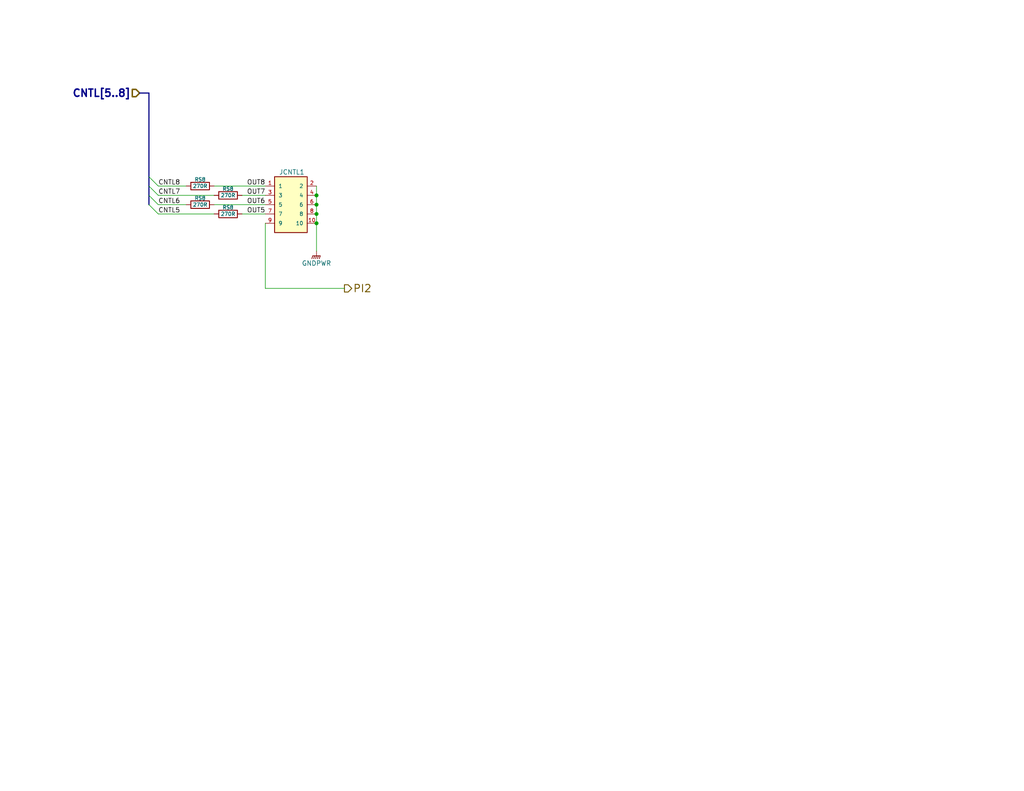
<source format=kicad_sch>
(kicad_sch (version 20230121) (generator eeschema)

  (uuid 7d1d550d-f005-4eba-a8e3-be09b5947ac5)

  (paper "USLetter")

  (title_block
    (title "Pico W 2X SSR Control")
    (date "2023-03-15")
    (rev "0.0.2")
    (company "Michael Cummings")
    (comment 1 "https://ohwr.org/project/cernohl/wikis/Documents/CERN-OHL-version-2")
    (comment 2 "Hardware License: CERN-OHL-W")
    (comment 3 "https://creativecommons.org/licenses/by-sa/4.0/")
    (comment 4 "License: CC By SA 4.0")
  )

  (lib_symbols
    (symbol "Device:R" (pin_numbers hide) (pin_names (offset 0)) (in_bom yes) (on_board yes)
      (property "Reference" "R" (at 2.032 0 90)
        (effects (font (size 1.27 1.27)))
      )
      (property "Value" "R" (at 0 0 90)
        (effects (font (size 1.27 1.27)))
      )
      (property "Footprint" "" (at -1.778 0 90)
        (effects (font (size 1.27 1.27)) hide)
      )
      (property "Datasheet" "~" (at 0 0 0)
        (effects (font (size 1.27 1.27)) hide)
      )
      (property "ki_keywords" "R res resistor" (at 0 0 0)
        (effects (font (size 1.27 1.27)) hide)
      )
      (property "ki_description" "Resistor" (at 0 0 0)
        (effects (font (size 1.27 1.27)) hide)
      )
      (property "ki_fp_filters" "R_*" (at 0 0 0)
        (effects (font (size 1.27 1.27)) hide)
      )
      (symbol "R_0_1"
        (rectangle (start -1.016 -2.54) (end 1.016 2.54)
          (stroke (width 0.254) (type default))
          (fill (type none))
        )
      )
      (symbol "R_1_1"
        (pin passive line (at 0 3.81 270) (length 1.27)
          (name "~" (effects (font (size 1.27 1.27))))
          (number "1" (effects (font (size 1.27 1.27))))
        )
        (pin passive line (at 0 -3.81 90) (length 1.27)
          (name "~" (effects (font (size 1.27 1.27))))
          (number "2" (effects (font (size 1.27 1.27))))
        )
      )
    )
    (symbol "SHF-105-01-L-D-RA_1" (pin_names (offset 1.016)) (in_bom yes) (on_board yes)
      (property "Reference" "JCNTL2" (at 0.254 8.89 0)
        (effects (font (size 1.27 1.27)))
      )
      (property "Value" "SHF-105-01-L-D-RA" (at 0 -43.18 0)
        (effects (font (size 1.27 1.27)) (justify left bottom) hide)
      )
      (property "Footprint" "dragon_mobile:SAMTEC_SHF-105-01-L-D-RA" (at 0 -16.51 0)
        (effects (font (size 1.27 1.27)) (justify left bottom) hide)
      )
      (property "Datasheet" "https://www.mouser.com/datasheet/2/527/shf-2854584.pdf" (at 0 -19.05 0)
        (effects (font (size 1.27 1.27)) (justify left bottom) hide)
      )
      (property "Description" "Headers & Wire Housings Shrouded Terminal Strip, 0.050\"(1.27mm) pitch, Pin(Male), Right Angle, IDC; 10 Pos. 2 Rows;" (at 0 -21.59 0)
        (effects (font (size 1.27 1.27)) (justify left bottom) hide)
      )
      (property "MFN" "Samtec" (at 0 -24.13 0)
        (effects (font (size 1.27 1.27)) (justify left bottom) hide)
      )
      (property "MFP" "SHF-105-01-L-D-RA-TR" (at 0 -26.67 0)
        (effects (font (size 1.27 1.27)) (justify left bottom) hide)
      )
      (property "Type" "THT" (at 0 -29.21 0)
        (effects (font (size 1.27 1.27)) (justify left bottom) hide)
      )
      (property "Height (mm)" "5.33" (at 0 -31.75 0)
        (effects (font (size 1.27 1.27)) (justify left bottom) hide)
      )
      (property "Mouser Part Number" "200-SHF10501LDRATR" (at 0 -34.29 0)
        (effects (font (size 1.27 1.27)) (justify left bottom) hide)
      )
      (property "Mouser Price/Stock" "https://www.mouser.com/ProductDetail/Samtec/SHF-105-01-L-D-RA-TR?qs=%252BZP6%2F%252BtExtA3jdVUpsGHlg%3D%3D" (at 0 -36.83 0)
        (effects (font (size 1.27 1.27)) (justify left bottom) hide)
      )
      (property "Package" "Other" (at 0 -44.704 0)
        (effects (font (size 1.27 1.27)) (justify left) hide)
      )
      (property "Characteristics" "Headers & Wire Housings Shrouded Terminal Strip, 0.050\"(1.27mm) pitch, Pin(Male), Right Angle, IDC; 10 Pos. 2 Rows;" (at 0 -39.37 0)
        (effects (font (size 1.27 1.27)) (justify left) hide)
      )
      (property "Your Instructions/Notes" "" (at 0 0 0)
        (effects (font (size 1.27 1.27)) hide)
      )
      (property "ki_keywords" "Connector" (at 0 0 0)
        (effects (font (size 1.27 1.27)) hide)
      )
      (property "ki_description" "Shrouded Terminal Strip, 0.050'' pitch, SHF-105-01-L-D-RA" (at 0 0 0)
        (effects (font (size 1.27 1.27)) hide)
      )
      (symbol "SHF-105-01-L-D-RA_1_0_0"
        (rectangle (start -4.445 7.62) (end 4.445 -7.62)
          (stroke (width 0.254) (type default))
          (fill (type background))
        )
        (pin passive line (at -6.985 5.08 0) (length 2.54)
          (name "1" (effects (font (size 1.016 1.016))))
          (number "1" (effects (font (size 1.016 1.016))))
        )
        (pin passive line (at 6.985 -5.08 180) (length 2.54)
          (name "10" (effects (font (size 1.016 1.016))))
          (number "10" (effects (font (size 1.016 1.016))))
        )
        (pin passive line (at 6.985 5.08 180) (length 2.54)
          (name "2" (effects (font (size 1.016 1.016))))
          (number "2" (effects (font (size 1.016 1.016))))
        )
        (pin passive line (at -6.985 2.54 0) (length 2.54)
          (name "3" (effects (font (size 1.016 1.016))))
          (number "3" (effects (font (size 1.016 1.016))))
        )
        (pin passive line (at 6.985 2.54 180) (length 2.54)
          (name "4" (effects (font (size 1.016 1.016))))
          (number "4" (effects (font (size 1.016 1.016))))
        )
        (pin passive line (at -6.985 0 0) (length 2.54)
          (name "5" (effects (font (size 1.016 1.016))))
          (number "5" (effects (font (size 1.016 1.016))))
        )
        (pin passive line (at 6.985 0 180) (length 2.54)
          (name "6" (effects (font (size 1.016 1.016))))
          (number "6" (effects (font (size 1.016 1.016))))
        )
        (pin passive line (at -6.985 -2.54 0) (length 2.54)
          (name "7" (effects (font (size 1.016 1.016))))
          (number "7" (effects (font (size 1.016 1.016))))
        )
        (pin passive line (at 6.985 -2.54 180) (length 2.54)
          (name "8" (effects (font (size 1.016 1.016))))
          (number "8" (effects (font (size 1.016 1.016))))
        )
        (pin power_out line (at -6.985 -5.08 0) (length 2.54)
          (name "9" (effects (font (size 1.016 1.016))))
          (number "9" (effects (font (size 1.016 1.016))))
        )
      )
    )
    (symbol "power:GNDPWR" (power) (pin_names (offset 0)) (in_bom yes) (on_board yes)
      (property "Reference" "#PWR" (at 0 -5.08 0)
        (effects (font (size 1.27 1.27)) hide)
      )
      (property "Value" "GNDPWR" (at 0 -3.302 0)
        (effects (font (size 1.27 1.27)))
      )
      (property "Footprint" "" (at 0 -1.27 0)
        (effects (font (size 1.27 1.27)) hide)
      )
      (property "Datasheet" "" (at 0 -1.27 0)
        (effects (font (size 1.27 1.27)) hide)
      )
      (property "ki_keywords" "global ground" (at 0 0 0)
        (effects (font (size 1.27 1.27)) hide)
      )
      (property "ki_description" "Power symbol creates a global label with name \"GNDPWR\" , global ground" (at 0 0 0)
        (effects (font (size 1.27 1.27)) hide)
      )
      (symbol "GNDPWR_0_1"
        (polyline
          (pts
            (xy 0 -1.27)
            (xy 0 0)
          )
          (stroke (width 0) (type default))
          (fill (type none))
        )
        (polyline
          (pts
            (xy -1.016 -1.27)
            (xy -1.27 -2.032)
            (xy -1.27 -2.032)
          )
          (stroke (width 0.2032) (type default))
          (fill (type none))
        )
        (polyline
          (pts
            (xy -0.508 -1.27)
            (xy -0.762 -2.032)
            (xy -0.762 -2.032)
          )
          (stroke (width 0.2032) (type default))
          (fill (type none))
        )
        (polyline
          (pts
            (xy 0 -1.27)
            (xy -0.254 -2.032)
            (xy -0.254 -2.032)
          )
          (stroke (width 0.2032) (type default))
          (fill (type none))
        )
        (polyline
          (pts
            (xy 0.508 -1.27)
            (xy 0.254 -2.032)
            (xy 0.254 -2.032)
          )
          (stroke (width 0.2032) (type default))
          (fill (type none))
        )
        (polyline
          (pts
            (xy 1.016 -1.27)
            (xy -1.016 -1.27)
            (xy -1.016 -1.27)
          )
          (stroke (width 0.2032) (type default))
          (fill (type none))
        )
        (polyline
          (pts
            (xy 1.016 -1.27)
            (xy 0.762 -2.032)
            (xy 0.762 -2.032)
            (xy 0.762 -2.032)
          )
          (stroke (width 0.2032) (type default))
          (fill (type none))
        )
      )
      (symbol "GNDPWR_1_1"
        (pin power_in line (at 0 0 270) (length 0) hide
          (name "GNDPWR" (effects (font (size 1.27 1.27))))
          (number "1" (effects (font (size 1.27 1.27))))
        )
      )
    )
  )

  (junction (at 86.36 60.96) (diameter 0) (color 0 0 0 0)
    (uuid 6495b437-bc9d-4a32-a1df-e02afc9eee7c)
  )
  (junction (at 86.36 58.42) (diameter 0) (color 0 0 0 0)
    (uuid 7b6a4f41-682c-42ab-9b3e-cc36312ae63e)
  )
  (junction (at 86.36 55.88) (diameter 0) (color 0 0 0 0)
    (uuid b20a1fb5-1f1a-48a6-8c49-9f14ff2dd57b)
  )
  (junction (at 86.36 53.34) (diameter 0) (color 0 0 0 0)
    (uuid d0d04179-8567-49b5-a344-770b5a816757)
  )

  (bus_entry (at 40.64 48.26) (size 2.54 2.54)
    (stroke (width 0) (type default))
    (uuid 1c662165-cfe0-434e-9561-fbb6364274bb)
  )
  (bus_entry (at 40.64 55.88) (size 2.54 2.54)
    (stroke (width 0) (type default))
    (uuid 7b207eaf-5c11-4e4c-a707-9e4d4b00a543)
  )
  (bus_entry (at 40.64 50.8) (size 2.54 2.54)
    (stroke (width 0) (type default))
    (uuid 9f3c2d72-da72-4ddb-93b9-166f90e9a681)
  )
  (bus_entry (at 40.64 53.34) (size 2.54 2.54)
    (stroke (width 0) (type default))
    (uuid 9fc5b519-d723-4072-becd-681418b59eaa)
  )

  (bus (pts (xy 40.64 53.34) (xy 40.64 55.88))
    (stroke (width 0) (type default))
    (uuid 223fec3b-d17d-423a-b7a1-8d2766ad213d)
  )

  (wire (pts (xy 66.04 53.34) (xy 72.39 53.34))
    (stroke (width 0) (type default))
    (uuid 2fbf743a-cfdc-45ce-bed7-94faad53ffa4)
  )
  (wire (pts (xy 58.42 55.88) (xy 72.39 55.88))
    (stroke (width 0) (type default))
    (uuid 32b8472e-768f-410c-9379-58d917c9ea28)
  )
  (bus (pts (xy 38.1 25.4) (xy 40.64 25.4))
    (stroke (width 0) (type default))
    (uuid 330dfece-5bee-48fe-bb12-08349dcc539d)
  )

  (wire (pts (xy 66.04 58.42) (xy 72.39 58.42))
    (stroke (width 0) (type default))
    (uuid 42cb77ad-3fb5-4963-b531-7355562b5d8e)
  )
  (wire (pts (xy 86.36 50.8) (xy 86.36 53.34))
    (stroke (width 0) (type default))
    (uuid 45df1850-0fbe-4419-ab0a-64494b765f8a)
  )
  (wire (pts (xy 86.36 55.88) (xy 86.36 58.42))
    (stroke (width 0) (type default))
    (uuid 5777ca99-dbba-4fa2-85d0-bc8fed8ec88c)
  )
  (wire (pts (xy 72.39 78.74) (xy 93.98 78.74))
    (stroke (width 0) (type default))
    (uuid 732149d6-009f-486b-bbc4-1c2279a23fac)
  )
  (wire (pts (xy 43.18 58.42) (xy 58.42 58.42))
    (stroke (width 0) (type default))
    (uuid 781d4374-b98a-410d-b23c-37b4803f4728)
  )
  (wire (pts (xy 86.36 60.96) (xy 86.36 68.58))
    (stroke (width 0) (type default))
    (uuid 826c11d3-4f8a-4ad3-a4eb-d9fd68cbf3e3)
  )
  (wire (pts (xy 43.18 50.8) (xy 50.8 50.8))
    (stroke (width 0) (type default))
    (uuid a197d065-ee89-4622-8c45-b2e3d604e364)
  )
  (wire (pts (xy 43.18 53.34) (xy 58.42 53.34))
    (stroke (width 0) (type default))
    (uuid b160314c-cf7b-4127-ac80-1d1434ab8b56)
  )
  (wire (pts (xy 43.18 55.88) (xy 50.8 55.88))
    (stroke (width 0) (type default))
    (uuid b2244679-acd8-4fbb-a888-b4d14c1f9ac8)
  )
  (wire (pts (xy 58.42 50.8) (xy 72.39 50.8))
    (stroke (width 0) (type default))
    (uuid b8d6fc35-b973-4153-81dd-29558e6252c0)
  )
  (wire (pts (xy 72.39 60.96) (xy 72.39 78.74))
    (stroke (width 0) (type default))
    (uuid bbda203a-102b-433b-8c31-77f75895d7b8)
  )
  (bus (pts (xy 40.64 48.26) (xy 40.64 50.8))
    (stroke (width 0) (type default))
    (uuid cbf43e40-daf4-4d1c-980a-eac681ef7d1a)
  )
  (bus (pts (xy 40.64 50.8) (xy 40.64 53.34))
    (stroke (width 0) (type default))
    (uuid d0f62cb4-f145-4503-8526-c27394ce7752)
  )
  (bus (pts (xy 40.64 25.4) (xy 40.64 48.26))
    (stroke (width 0) (type default))
    (uuid d3ab0818-7f53-4c0f-b438-38de45b332e2)
  )

  (wire (pts (xy 86.36 53.34) (xy 86.36 55.88))
    (stroke (width 0) (type default))
    (uuid d76134ce-2451-4b63-bf5d-2e025e704485)
  )
  (wire (pts (xy 86.36 58.42) (xy 86.36 60.96))
    (stroke (width 0) (type default))
    (uuid f293b3d4-6ab9-4269-82a0-f5f5de587fa2)
  )

  (text "${SHEETNAME}" (at 12.7 17.78 0)
    (effects (font (size 4 4) bold) (justify left bottom))
    (uuid d3aa4cc5-f873-429c-8bed-1fd50c296fb3)
  )

  (label "OUT6" (at 72.39 55.88 180) (fields_autoplaced)
    (effects (font (size 1.27 1.27)) (justify right bottom))
    (uuid 1a29a903-74d3-4b37-806e-99e7e12c04c2)
  )
  (label "CNTL7" (at 43.18 53.34 0) (fields_autoplaced)
    (effects (font (size 1.27 1.27)) (justify left bottom))
    (uuid 4fcdc3ae-7765-4269-9abb-d161c4ea1f4f)
  )
  (label "CNTL6" (at 43.18 55.88 0) (fields_autoplaced)
    (effects (font (size 1.27 1.27)) (justify left bottom))
    (uuid 7c1db930-952a-402a-b2a9-1dd65894a714)
  )
  (label "CNTL5" (at 43.18 58.42 0) (fields_autoplaced)
    (effects (font (size 1.27 1.27)) (justify left bottom))
    (uuid 8fca6e55-98c6-4d02-8c21-cb1b7f09e1dd)
  )
  (label "CNTL8" (at 43.18 50.8 0) (fields_autoplaced)
    (effects (font (size 1.27 1.27)) (justify left bottom))
    (uuid b368476c-6cc5-42f4-bae3-bc08c741da5c)
  )
  (label "OUT7" (at 72.39 53.34 180) (fields_autoplaced)
    (effects (font (size 1.27 1.27)) (justify right bottom))
    (uuid bf5cf862-a58a-4604-8925-2b6363eb57bf)
  )
  (label "OUT8" (at 72.39 50.8 180) (fields_autoplaced)
    (effects (font (size 1.27 1.27)) (justify right bottom))
    (uuid cba1b29f-0e4d-4d11-9ecf-06d24edbaf8e)
  )
  (label "OUT5" (at 72.39 58.42 180) (fields_autoplaced)
    (effects (font (size 1.27 1.27)) (justify right bottom))
    (uuid dc936791-b108-412e-a6dd-13f3ee4f2c14)
  )

  (hierarchical_label "CNTL[5..8]" (shape input) (at 38.1 25.4 180) (fields_autoplaced)
    (effects (font (size 2 2) bold) (justify right))
    (uuid 4d44c0a5-a947-4ff8-ae07-77b217f50140)
  )
  (hierarchical_label "PI2" (shape output) (at 93.98 78.74 0) (fields_autoplaced)
    (effects (font (size 2 2) (thickness 0.254) bold) (justify left))
    (uuid 690c6b51-e8f4-445f-9117-5f4ddd5acdde)
  )

  (symbol (lib_id "Device:R") (at 54.61 55.88 90) (mirror x) (unit 1)
    (in_bom yes) (on_board yes) (dnp no)
    (uuid 2ef771e4-4a85-4dd4-939e-3fc9da49dc4d)
    (property "Reference" "RS8" (at 54.61 54.102 90)
      (effects (font (size 1 1)))
    )
    (property "Value" "270R" (at 54.61 55.88 90)
      (effects (font (size 1 1)))
    )
    (property "Footprint" "Resistor_SMD:R_0603_1608Metric" (at 54.61 54.102 90)
      (effects (font (size 1.27 1.27)) hide)
    )
    (property "Datasheet" "https://www.mouser.com/datasheet/2/348/ROHM_S_A0011096274_1-2563284.pdf" (at 54.61 55.88 0)
      (effects (font (size 1.27 1.27)) hide)
    )
    (property "Description" "270Ohms; 300mW; SMD (0603) 5% Anti Surge AEC-Q200" (at 54.61 55.88 0)
      (effects (font (size 1.27 1.27)) hide)
    )
    (property "Package" "0603" (at 54.61 55.88 0)
      (effects (font (size 1.27 1.27)) hide)
    )
    (property "Type" "SMD" (at 54.61 55.88 0)
      (effects (font (size 1.27 1.27)) hide)
    )
    (property "Characteristics" "270Ohms; 300mW; SMD (0603) 5% Anti Surge AEC-Q200" (at 54.61 55.88 0)
      (effects (font (size 1.27 1.27)) hide)
    )
    (property "MFN" "ROHM Semiconductor" (at 54.61 55.88 0)
      (effects (font (size 1.27 1.27)) hide)
    )
    (property "MFP" "SDR03EZPJ271" (at 54.61 55.88 0)
      (effects (font (size 1.27 1.27)) hide)
    )
    (property "Mouser Part Number" "755-SDR03EZPJ271" (at 54.61 55.88 0)
      (effects (font (size 1.27 1.27)) hide)
    )
    (property "Mouser Price/Stock" "https://www.mouser.com/ProductDetail/ROHM-Semiconductor/SDR03EZPJ271?qs=byeeYqUIh0MS4rgfOqr31Q%3D%3D" (at 54.61 55.88 0)
      (effects (font (size 1.27 1.27)) hide)
    )
    (property "Height (mm)" "0.45" (at 54.61 55.88 0)
      (effects (font (size 1.27 1.27)) hide)
    )
    (pin "1" (uuid 2a867ede-3da8-4c89-a983-f08e32445700))
    (pin "2" (uuid 11e64b40-1927-44b0-8d36-d7f17c385d70))
    (instances
      (project "picow_ssr_control"
        (path "/04b3a773-2568-4dd5-b3b9-f3130861ac39/9a31bd8a-9f6c-42a4-99bd-41703d57702f"
          (reference "RS8") (unit 1)
        )
      )
      (project "picow_2x_ssr_control"
        (path "/f6e5fabc-8c1a-4af2-9249-71e11b201fe5/8b47b952-ab37-4c70-9c13-4ff8a31a13fe"
          (reference "RS6") (unit 1)
        )
      )
    )
  )

  (symbol (lib_id "power:GNDPWR") (at 86.36 68.58 0) (unit 1)
    (in_bom yes) (on_board yes) (dnp no)
    (uuid 3ed692b9-54f7-4bea-81bb-3aa487082e49)
    (property "Reference" "#PWR019" (at 86.36 73.66 0)
      (effects (font (size 1.27 1.27)) hide)
    )
    (property "Value" "GNDPWR" (at 86.36 71.882 0)
      (effects (font (size 1.27 1.27)))
    )
    (property "Footprint" "" (at 86.36 69.85 0)
      (effects (font (size 1.27 1.27)) hide)
    )
    (property "Datasheet" "" (at 86.36 69.85 0)
      (effects (font (size 1.27 1.27)) hide)
    )
    (pin "1" (uuid dcbac213-cf04-40b1-8163-1fe6e8bc68f4))
    (instances
      (project "picow_2x_ssr_control"
        (path "/f6e5fabc-8c1a-4af2-9249-71e11b201fe5/8b47b952-ab37-4c70-9c13-4ff8a31a13fe"
          (reference "#PWR019") (unit 1)
        )
      )
    )
  )

  (symbol (lib_id "Device:R") (at 54.61 50.8 90) (mirror x) (unit 1)
    (in_bom yes) (on_board yes) (dnp no)
    (uuid 40047795-2b80-475f-889d-80d8c2d1b687)
    (property "Reference" "RS8" (at 54.61 49.022 90)
      (effects (font (size 1 1)))
    )
    (property "Value" "270R" (at 54.61 50.8 90)
      (effects (font (size 1 1)))
    )
    (property "Footprint" "Resistor_SMD:R_0603_1608Metric" (at 54.61 49.022 90)
      (effects (font (size 1.27 1.27)) hide)
    )
    (property "Datasheet" "https://www.mouser.com/datasheet/2/348/ROHM_S_A0011096274_1-2563284.pdf" (at 54.61 50.8 0)
      (effects (font (size 1.27 1.27)) hide)
    )
    (property "Description" "270Ohms; 300mW; SMD (0603) 5% Anti Surge AEC-Q200" (at 54.61 50.8 0)
      (effects (font (size 1.27 1.27)) hide)
    )
    (property "Package" "0603" (at 54.61 50.8 0)
      (effects (font (size 1.27 1.27)) hide)
    )
    (property "Type" "SMD" (at 54.61 50.8 0)
      (effects (font (size 1.27 1.27)) hide)
    )
    (property "Characteristics" "270Ohms; 300mW; SMD (0603) 5% Anti Surge AEC-Q200" (at 54.61 50.8 0)
      (effects (font (size 1.27 1.27)) hide)
    )
    (property "MFN" "ROHM Semiconductor" (at 54.61 50.8 0)
      (effects (font (size 1.27 1.27)) hide)
    )
    (property "MFP" "SDR03EZPJ271" (at 54.61 50.8 0)
      (effects (font (size 1.27 1.27)) hide)
    )
    (property "Mouser Part Number" "755-SDR03EZPJ271" (at 54.61 50.8 0)
      (effects (font (size 1.27 1.27)) hide)
    )
    (property "Mouser Price/Stock" "https://www.mouser.com/ProductDetail/ROHM-Semiconductor/SDR03EZPJ271?qs=byeeYqUIh0MS4rgfOqr31Q%3D%3D" (at 54.61 50.8 0)
      (effects (font (size 1.27 1.27)) hide)
    )
    (property "Height (mm)" "0.45" (at 54.61 50.8 0)
      (effects (font (size 1.27 1.27)) hide)
    )
    (pin "1" (uuid 69f5d706-d9d6-4f56-bf37-79cb3bf0626a))
    (pin "2" (uuid b1edad2a-4147-4193-b5bd-fc26c9d0cf18))
    (instances
      (project "picow_ssr_control"
        (path "/04b3a773-2568-4dd5-b3b9-f3130861ac39/9a31bd8a-9f6c-42a4-99bd-41703d57702f"
          (reference "RS8") (unit 1)
        )
      )
      (project "picow_2x_ssr_control"
        (path "/f6e5fabc-8c1a-4af2-9249-71e11b201fe5/8b47b952-ab37-4c70-9c13-4ff8a31a13fe"
          (reference "RS8") (unit 1)
        )
      )
    )
  )

  (symbol (lib_name "SHF-105-01-L-D-RA_1") (lib_id "dragon_mobile:SHF-105-01-L-D-RA") (at 79.375 55.88 0) (unit 1)
    (in_bom yes) (on_board yes) (dnp no)
    (uuid 707ac12e-9751-4b1a-bd86-8a17d6ca0633)
    (property "Reference" "JCNTL1" (at 79.629 46.99 0)
      (effects (font (size 1.27 1.27)))
    )
    (property "Value" "SHF-105-01-L-D-RA" (at 79.375 99.06 0)
      (effects (font (size 1.27 1.27)) (justify left bottom) hide)
    )
    (property "Footprint" "dragon_mobile:SAMTEC_SHF-105-01-L-D-RA" (at 79.375 72.39 0)
      (effects (font (size 1.27 1.27)) (justify left bottom) hide)
    )
    (property "Datasheet" "https://www.mouser.com/datasheet/2/527/shf-2854584.pdf" (at 79.375 74.93 0)
      (effects (font (size 1.27 1.27)) (justify left bottom) hide)
    )
    (property "Description" "Headers & Wire Housings Shrouded Terminal Strip, 0.050\"(1.27mm) pitch, Pin(Male), Right Angle, IDC; 10 Pos. 2 Rows;" (at 79.375 77.47 0)
      (effects (font (size 1.27 1.27)) (justify left bottom) hide)
    )
    (property "MFN" "Samtec" (at 79.375 80.01 0)
      (effects (font (size 1.27 1.27)) (justify left bottom) hide)
    )
    (property "MFP" "SHF-105-01-L-D-RA-TR" (at 79.375 82.55 0)
      (effects (font (size 1.27 1.27)) (justify left bottom) hide)
    )
    (property "Type" "THT" (at 79.375 85.09 0)
      (effects (font (size 1.27 1.27)) (justify left bottom) hide)
    )
    (property "Height (mm)" "5.33" (at 79.375 87.63 0)
      (effects (font (size 1.27 1.27)) (justify left bottom) hide)
    )
    (property "Mouser Part Number" "200-SHF10501LDRATR" (at 79.375 90.17 0)
      (effects (font (size 1.27 1.27)) (justify left bottom) hide)
    )
    (property "Mouser Price/Stock" "https://www.mouser.com/ProductDetail/Samtec/SHF-105-01-L-D-RA-TR?qs=%252BZP6%2F%252BtExtA3jdVUpsGHlg%3D%3D" (at 79.375 92.71 0)
      (effects (font (size 1.27 1.27)) (justify left bottom) hide)
    )
    (property "Package" "Other" (at 79.375 100.584 0)
      (effects (font (size 1.27 1.27)) (justify left) hide)
    )
    (property "Characteristics" "Headers & Wire Housings Shrouded Terminal Strip, 0.050\"(1.27mm) pitch, Pin(Male), Right Angle, IDC; 10 Pos. 2 Rows;" (at 79.375 95.25 0)
      (effects (font (size 1.27 1.27)) (justify left) hide)
    )
    (property "Your Instructions/Notes" "" (at 79.375 55.88 0)
      (effects (font (size 1.27 1.27)) hide)
    )
    (pin "1" (uuid 3227325f-a179-43c4-86f9-aa11be22b50f))
    (pin "10" (uuid a6b6171f-aa13-4a75-96d2-cf4de102d35d))
    (pin "2" (uuid c227541f-2f0c-4ecc-9520-f5f67ecc3734))
    (pin "3" (uuid 942ac8eb-41aa-48b9-b7b9-8fdce37fe3e6))
    (pin "4" (uuid a31a9296-afcf-4cee-b005-1f18ba593d23))
    (pin "5" (uuid e3564cd9-e78b-45bb-bb85-9607c3afa5d0))
    (pin "6" (uuid 1bc1a5a2-d157-494f-be1d-869f1673e5bf))
    (pin "7" (uuid 1b004079-2245-4488-8fd9-893ff8bdbb25))
    (pin "8" (uuid e9088488-053b-47ae-9045-5c2e31c8b268))
    (pin "9" (uuid 32af6408-f07a-4a9d-bee3-8715893dd62d))
    (instances
      (project "picow_ssr_control"
        (path "/04b3a773-2568-4dd5-b3b9-f3130861ac39/9a31bd8a-9f6c-42a4-99bd-41703d57702f"
          (reference "JCNTL1") (unit 1)
        )
      )
      (project "picow_2x_ssr_control"
        (path "/f6e5fabc-8c1a-4af2-9249-71e11b201fe5/b030494e-edcd-426b-bd17-96113362cfcc"
          (reference "JCNTL1") (unit 1)
        )
        (path "/f6e5fabc-8c1a-4af2-9249-71e11b201fe5/8b47b952-ab37-4c70-9c13-4ff8a31a13fe"
          (reference "JCTL2") (unit 1)
        )
      )
    )
  )

  (symbol (lib_id "Device:R") (at 62.23 58.42 90) (mirror x) (unit 1)
    (in_bom yes) (on_board yes) (dnp no)
    (uuid 92d38005-97e1-42ba-bd6c-c95f935f7c5d)
    (property "Reference" "RS8" (at 62.23 56.642 90)
      (effects (font (size 1 1)))
    )
    (property "Value" "270R" (at 62.23 58.42 90)
      (effects (font (size 1 1)))
    )
    (property "Footprint" "Resistor_SMD:R_0603_1608Metric" (at 62.23 56.642 90)
      (effects (font (size 1.27 1.27)) hide)
    )
    (property "Datasheet" "https://www.mouser.com/datasheet/2/348/ROHM_S_A0011096274_1-2563284.pdf" (at 62.23 58.42 0)
      (effects (font (size 1.27 1.27)) hide)
    )
    (property "Description" "270Ohms; 300mW; SMD (0603) 5% Anti Surge AEC-Q200" (at 62.23 58.42 0)
      (effects (font (size 1.27 1.27)) hide)
    )
    (property "Package" "0603" (at 62.23 58.42 0)
      (effects (font (size 1.27 1.27)) hide)
    )
    (property "Type" "SMD" (at 62.23 58.42 0)
      (effects (font (size 1.27 1.27)) hide)
    )
    (property "Characteristics" "270Ohms; 300mW; SMD (0603) 5% Anti Surge AEC-Q200" (at 62.23 58.42 0)
      (effects (font (size 1.27 1.27)) hide)
    )
    (property "MFN" "ROHM Semiconductor" (at 62.23 58.42 0)
      (effects (font (size 1.27 1.27)) hide)
    )
    (property "MFP" "SDR03EZPJ271" (at 62.23 58.42 0)
      (effects (font (size 1.27 1.27)) hide)
    )
    (property "Mouser Part Number" "755-SDR03EZPJ271" (at 62.23 58.42 0)
      (effects (font (size 1.27 1.27)) hide)
    )
    (property "Mouser Price/Stock" "https://www.mouser.com/ProductDetail/ROHM-Semiconductor/SDR03EZPJ271?qs=byeeYqUIh0MS4rgfOqr31Q%3D%3D" (at 62.23 58.42 0)
      (effects (font (size 1.27 1.27)) hide)
    )
    (property "Height (mm)" "0.45" (at 62.23 58.42 0)
      (effects (font (size 1.27 1.27)) hide)
    )
    (pin "1" (uuid 7d3948ff-b71b-4493-8582-44693eaabacd))
    (pin "2" (uuid 74952b31-a8df-47f8-acc1-21d5812ae48a))
    (instances
      (project "picow_ssr_control"
        (path "/04b3a773-2568-4dd5-b3b9-f3130861ac39/9a31bd8a-9f6c-42a4-99bd-41703d57702f"
          (reference "RS8") (unit 1)
        )
      )
      (project "picow_2x_ssr_control"
        (path "/f6e5fabc-8c1a-4af2-9249-71e11b201fe5/8b47b952-ab37-4c70-9c13-4ff8a31a13fe"
          (reference "RS5") (unit 1)
        )
      )
    )
  )

  (symbol (lib_id "Device:R") (at 62.23 53.34 90) (mirror x) (unit 1)
    (in_bom yes) (on_board yes) (dnp no)
    (uuid fb1cacb0-6a54-40ea-9902-55d9eae9d27a)
    (property "Reference" "RS8" (at 62.23 51.562 90)
      (effects (font (size 1 1)))
    )
    (property "Value" "270R" (at 62.23 53.34 90)
      (effects (font (size 1 1)))
    )
    (property "Footprint" "Resistor_SMD:R_0603_1608Metric" (at 62.23 51.562 90)
      (effects (font (size 1.27 1.27)) hide)
    )
    (property "Datasheet" "https://www.mouser.com/datasheet/2/348/ROHM_S_A0011096274_1-2563284.pdf" (at 62.23 53.34 0)
      (effects (font (size 1.27 1.27)) hide)
    )
    (property "Description" "270Ohms; 300mW; SMD (0603) 5% Anti Surge AEC-Q200" (at 62.23 53.34 0)
      (effects (font (size 1.27 1.27)) hide)
    )
    (property "Package" "0603" (at 62.23 53.34 0)
      (effects (font (size 1.27 1.27)) hide)
    )
    (property "Type" "SMD" (at 62.23 53.34 0)
      (effects (font (size 1.27 1.27)) hide)
    )
    (property "Characteristics" "270Ohms; 300mW; SMD (0603) 5% Anti Surge AEC-Q200" (at 62.23 53.34 0)
      (effects (font (size 1.27 1.27)) hide)
    )
    (property "MFN" "ROHM Semiconductor" (at 62.23 53.34 0)
      (effects (font (size 1.27 1.27)) hide)
    )
    (property "MFP" "SDR03EZPJ271" (at 62.23 53.34 0)
      (effects (font (size 1.27 1.27)) hide)
    )
    (property "Mouser Part Number" "755-SDR03EZPJ271" (at 62.23 53.34 0)
      (effects (font (size 1.27 1.27)) hide)
    )
    (property "Mouser Price/Stock" "https://www.mouser.com/ProductDetail/ROHM-Semiconductor/SDR03EZPJ271?qs=byeeYqUIh0MS4rgfOqr31Q%3D%3D" (at 62.23 53.34 0)
      (effects (font (size 1.27 1.27)) hide)
    )
    (property "Height (mm)" "0.45" (at 62.23 53.34 0)
      (effects (font (size 1.27 1.27)) hide)
    )
    (pin "1" (uuid 2fae441e-d477-4f04-8483-57a50521ca2c))
    (pin "2" (uuid cd08d907-2879-4975-8fc5-114263d8c6e4))
    (instances
      (project "picow_ssr_control"
        (path "/04b3a773-2568-4dd5-b3b9-f3130861ac39/9a31bd8a-9f6c-42a4-99bd-41703d57702f"
          (reference "RS8") (unit 1)
        )
      )
      (project "picow_2x_ssr_control"
        (path "/f6e5fabc-8c1a-4af2-9249-71e11b201fe5/8b47b952-ab37-4c70-9c13-4ff8a31a13fe"
          (reference "RS7") (unit 1)
        )
      )
    )
  )
)

</source>
